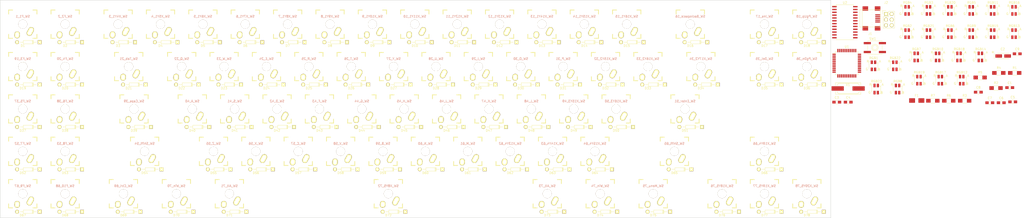
<source format=kicad_pcb>
(kicad_pcb (version 20221018) (generator pcbnew)
  (layers (0 "F.Cu" signal) (31 "B.Cu" signal) (34 "B.Paste" user) (35 "F.Paste" user) (36 "B.SilkS" user "B.Silkscreen") (37 "F.SilkS" user "F.Silkscreen") (38 "B.Mask" user) (39 "F.Mask" user) (44 "Edge.Cuts" user))
  (net 0 "")
  (net 1 "Net-(C1-Pad1)")
  (net 2 "GND")
  (net 3 "+5V")
  (net 4 "Net-(C6-Pad1)")
  (net 5 "Net-(C7-Pad1)")
  (net 6 "Net-(C8-Pad1)")
  (net 7 "Net-(C9-Pad1)")
  (net 8 "Net-(D1-Pad2)")
  (net 9 "R1")
  (net 10 "Net-(D2-Pad2)")
  (net 11 "Net-(D3-Pad2)")
  (net 12 "Net-(D4-Pad2)")
  (net 13 "Net-(D5-Pad2)")
  (net 14 "Net-(D6-Pad2)")
  (net 15 "Net-(D7-Pad2)")
  (net 16 "Net-(D8-Pad2)")
  (net 17 "Net-(D9-Pad2)")
  (net 18 "R6")
  (net 19 "Net-(D10-Pad2)")
  (net 20 "Net-(D11-Pad2)")
  (net 21 "Net-(D12-Pad2)")
  (net 22 "Net-(D13-Pad2)")
  (net 23 "Net-(D14-Pad2)")
  (net 24 "Net-(D15-Pad2)")
  (net 25 "Net-(D16-Pad2)")
  (net 26 "Net-(D17-Pad2)")
  (net 27 "Net-(D17-Pad1)")
  (net 28 "Net-(D18-Pad2)")
  (net 29 "Net-(D19-Pad2)")
  (net 30 "Net-(D19-Pad1)")
  (net 31 "Net-(D20-Pad2)")
  (net 32 "Net-(D21-Pad2)")
  (net 33 "Net-(D22-Pad2)")
  (net 34 "Net-(D23-Pad2)")
  (net 35 "Net-(D24-Pad2)")
  (net 36 "Net-(D25-Pad2)")
  (net 37 "Net-(D26-Pad2)")
  (net 38 "Net-(D27-Pad2)")
  (net 39 "R7")
  (net 40 "Net-(D28-Pad2)")
  (net 41 "Net-(D29-Pad2)")
  (net 42 "Net-(D30-Pad2)")
  (net 43 "Net-(D31-Pad2)")
  (net 44 "Net-(D32-Pad2)")
  (net 45 "Net-(D33-Pad2)")
  (net 46 "Net-(D34-Pad2)")
  (net 47 "Net-(D35-Pad2)")
  (net 48 "Net-(D36-Pad2)")
  (net 49 "Net-(D37-Pad2)")
  (net 50 "Net-(D37-Pad1)")
  (net 51 "Net-(D38-Pad2)")
  (net 52 "Net-(D39-Pad2)")
  (net 53 "Net-(D40-Pad2)")
  (net 54 "Net-(D41-Pad2)")
  (net 55 "Net-(D42-Pad2)")
  (net 56 "Net-(D43-Pad2)")
  (net 57 "Net-(D44-Pad2)")
  (net 58 "Net-(D45-Pad2)")
  (net 59 "R8")
  (net 60 "Net-(D46-Pad2)")
  (net 61 "Net-(D47-Pad2)")
  (net 62 "Net-(D48-Pad2)")
  (net 63 "Net-(D49-Pad2)")
  (net 64 "Net-(D50-Pad2)")
  (net 65 "Net-(D51-Pad2)")
  (net 66 "Net-(D52-Pad2)")
  (net 67 "Net-(D52-Pad1)")
  (net 68 "Net-(D53-Pad2)")
  (net 69 "Net-(D54-Pad2)")
  (net 70 "Net-(D55-Pad2)")
  (net 71 "Net-(D56-Pad2)")
  (net 72 "Net-(D57-Pad2)")
  (net 73 "Net-(D58-Pad2)")
  (net 74 "Net-(D59-Pad2)")
  (net 75 "Net-(D60-Pad2)")
  (net 76 "R9")
  (net 77 "Net-(D61-Pad2)")
  (net 78 "Net-(D62-Pad2)")
  (net 79 "Net-(D63-Pad2)")
  (net 80 "Net-(D64-Pad2)")
  (net 81 "Net-(D65-Pad2)")
  (net 82 "Net-(D66-Pad2)")
  (net 83 "Net-(D67-Pad2)")
  (net 84 "R5")
  (net 85 "Net-(D68-Pad2)")
  (net 86 "Net-(D69-Pad2)")
  (net 87 "Net-(D70-Pad2)")
  (net 88 "Net-(D71-Pad2)")
  (net 89 "Net-(D72-Pad2)")
  (net 90 "Net-(D73-Pad2)")
  (net 91 "Net-(D74-Pad2)")
  (net 92 "Net-(D75-Pad2)")
  (net 93 "R10")
  (net 94 "Net-(D76-Pad2)")
  (net 95 "Net-(D77-Pad2)")
  (net 96 "Net-(F1-Pad1)")
  (net 97 "Net-(J1-Pad2)")
  (net 98 "Net-(J1-Pad3)")
  (net 99 "R4/MISO")
  (net 100 "R2/SCK")
  (net 101 "R3/MOSI")
  (net 102 "RST")
  (net 103 "Net-(R1-Pad1)")
  (net 104 "Net-(R2-Pad1)")
  (net 105 "PWM_BLUE")
  (net 106 "Net-(R3-Pad1)")
  (net 107 "PWM_GREEN")
  (net 108 "Net-(R4-Pad1)")
  (net 109 "PWM_RED")
  (net 110 "D-")
  (net 111 "D+")
  (net 112 "Z3")
  (net 113 "Z2")
  (net 114 "Z4")
  (net 115 "Z1")
  (net 116 "Z7")
  (net 117 "Z5")
  (net 118 "Z6")
  (net 119 "Z8")
  (net 120 "Z9")
  (net 121 "Z10")
  (net 122 "C5")
  (net 123 "C7")
  (net 124 "C4")
  (net 125 "C8")
  (net 126 "C3")
  (net 127 "C6")
  (net 128 "C1")
  (net 129 "C2")
  (net 130 "LED_SCL")
  (net 131 "LED_SDA")
  (net 132 "LED_NSRT")
  (net 133 "Net-(U2-Pad17)")
  (footprint "Capacitors_SMD:C_0805_HandSoldering" (layer "F.Cu") (at 481.724002 57.083999)
    (fp_text reference "C1")
    (fp_text value "C")
  )
  (footprint "Capacitors_Tantalum_SMD:TantalC_SizeA_EIA-3216_HandSoldering" (layer "F.Cu") (at 478.763382 42.882799)
    (fp_text reference "C2")
    (fp_text value "10µF")
  )
  (footprint "Capacitors_SMD:C_0805_HandSoldering" (layer "F.Cu") (at 403.974002 63.613999)
    (fp_text reference "C3")
    (fp_text value "0.1µF")
  )
  (footprint "Capacitors_SMD:C_0805_HandSoldering" (layer "F.Cu") (at 409.124002 63.613999)
    (fp_text reference "C4")
    (fp_text value "0.1µF")
  )
  (footprint "Capacitors_SMD:C_0805_HandSoldering" (layer "F.Cu") (at 483.064002 63.483999)
    (fp_text reference "C5")
    (fp_text value "0.1µF")
  )
  (footprint "Capacitors_SMD:C_0805_HandSoldering" (layer "F.Cu") (at 477.914002 63.883999)
    (fp_text reference "C6")
    (fp_text value "18pF")
  )
  (footprint "Capacitors_SMD:C_0805_HandSoldering" (layer "F.Cu") (at 472.764002 63.883999)
    (fp_text reference "C7")
    (fp_text value "18pF")
  )
  (footprint "Capacitors_SMD:C_0805_HandSoldering" (layer "F.Cu") (at 467.614002 59.133999)
    (fp_text reference "C8")
    (fp_text value "1µF")
  )
  (footprint "Capacitors_SMD:C_0805_HandSoldering" (layer "F.Cu") (at 485.094002 41.883999)
    (fp_text reference "C9")
    (fp_text value "0.1µF")
  )
  (footprint "Fuse_Holders_and_Fuses:Fuse_SMD1206_HandSoldering" (layer "F.Cu") (at 439.922433 62.883639)
    (fp_text reference "F1")
    (fp_text value "FP_Small")
  )
  (footprint "Connect:USB_Mini-B" (layer "F.Cu") (at 418.974002 25.983299)
    (fp_text reference "J1")
    (fp_text value "USB_OTG")
  )
  (footprint "Pin_Headers:Pin_Header_Straight_2x03" (layer "F.Cu") (at 426.124002 23.983999)
    (fp_text reference "J2")
    (fp_text value "PRG")
  )
  (footprint "Resistors_SMD:R_1206_HandSoldering" (layer "F.Cu") (at 483.964002 50.483999)
    (fp_text reference "R1")
    (fp_text value "R")
  )
  (footprint "Resistors_SMD:R_1206_HandSoldering" (layer "F.Cu") (at 475.574002 57.283999)
    (fp_text reference "R2")
    (fp_text value "R2")
  )
  (footprint "Resistors_SMD:R_1206_HandSoldering" (layer "F.Cu") (at 461.464002 62.983999)
    (fp_text reference "R3")
    (fp_text value "R3")
  )
  (footprint "Resistors_SMD:R_1206_HandSoldering" (layer "F.Cu") (at 476.814002 50.483999)
    (fp_text reference "R4")
    (fp_text value "R4")
  )
  (footprint "Resistors_SMD:R_1206_HandSoldering" (layer "F.Cu") (at 468.424002 52.533999)
    (fp_text reference "R5")
    (fp_text value "22")
  )
  (footprint "Resistors_SMD:R_1206_HandSoldering" (layer "F.Cu") (at 454.314002 62.983999)
    (fp_text reference "R6")
    (fp_text value "22")
  )
  (footprint "Resistors_SMD:R_1206_HandSoldering" (layer "F.Cu") (at 447.164002 62.983999)
    (fp_text reference "R7")
    (fp_text value "10k")
  )
  (footprint "Cherry:SMP4-RGB" (layer "F.Cu") (at 420.480192 47.283999)
    (fp_text reference "RGB1")
    (fp_text value "Led_RGB_CA")
  )
  (footprint "Cherry:SMP4-RGB" (layer "F.Cu") (at 435.600192 32.833999)
    (fp_text reference "RGB2")
    (fp_text value "Led_RGB_CA")
  )
  (footprint "Cherry:SMP4-RGB" (layer "F.Cu") (at 445.210192 22.383999)
    (fp_text reference "RGB3")
    (fp_text value "Led_RGB_CA")
  )
  (footprint "Cherry:SMP4-RGB" (layer "F.Cu") (at 435.600192 22.383999)
    (fp_text reference "RGB4")
    (fp_text value "Led_RGB_CA")
  )
  (footprint "Cherry:SMP4-RGB" (layer "F.Cu") (at 464.430192 22.383999)
    (fp_text reference "RGB5")
    (fp_text value "Led_RGB_CA")
  )
  (footprint "Cherry:SMP4-RGB" (layer "F.Cu") (at 454.820192 32.833999)
    (fp_text reference "RGB6")
    (fp_text value "Led_RGB_CA")
  )
  (footprint "Cherry:SMP4-RGB" (layer "F.Cu") (at 439.700192 43.283999)
    (fp_text reference "RGB7")
    (fp_text value "Led_RGB_CA")
  )
  (footprint "Cherry:SMP4-RGB" (layer "F.Cu") (at 431.310192 57.733999)
    (fp_text reference "RGB8")
    (fp_text value "Led_RGB_CA")
  )
  (footprint "Cherry:SMP4-RGB" (layer "F.Cu") (at 464.430192 32.833999)
    (fp_text reference "RGB9")
    (fp_text value "Led_RGB_CA")
  )
  (footprint "Cherry:SMP4-RGB" (layer "F.Cu") (at 449.310192 43.283999)
    (fp_text reference "RGB10")
    (fp_text value "Led_RGB_CA")
  )
  (footprint "Cherry:SMP4-RGB" (layer "F.Cu") (at 474.040192 22.383999)
    (fp_text reference "RGB11")
    (fp_text value "Led_RGB_CA")
  )
  (footprint "Cherry:SMP4-RGB" (layer "F.Cu") (at 460.140192 53.733999)
    (fp_text reference "RGB12")
    (fp_text value "Led_RGB_CA")
  )
  (footprint "Cherry:SMP4-RGB" (layer "F.Cu") (at 483.650192 32.833999)
    (fp_text reference "RGB13")
    (fp_text value "Led_RGB_CA")
  )
  (footprint "Cherry:SMP4-RGB" (layer "F.Cu") (at 468.530192 43.283999)
    (fp_text reference "RGB14")
    (fp_text value "Led_RGB_CA")
  )
  (footprint "Cherry:SMP4-RGB" (layer "F.Cu") (at 474.040192 32.833999)
    (fp_text reference "RGB15")
    (fp_text value "Led_RGB_CA")
  )
  (footprint "Cherry:SMP4-RGB" (layer "F.Cu") (at 483.650192 22.383999)
    (fp_text reference "RGB16")
    (fp_text value "Led_RGB_CA")
  )
  (footprint "Cherry:SMP4-RGB" (layer "F.Cu") (at 450.530192 53.733999)
    (fp_text reference "RGB17")
    (fp_text value "Led_RGB_CA")
  )
  (footprint "Cherry:SMP4-RGB" (layer "F.Cu") (at 458.920192 43.283999)
    (fp_text reference "RGB18")
    (fp_text value "Led_RGB_CA")
  )
  (footprint "Cherry:SMP4-RGB" (layer "F.Cu") (at 440.920192 53.733999)
    (fp_text reference "RGB19")
    (fp_text value "Led_RGB_CA")
  )
  (footprint "Cherry:SMP4-RGB" (layer "F.Cu") (at 454.820192 22.383999)
    (fp_text reference "RGB20")
    (fp_text value "Led_RGB_CA")
  )
  (footprint "Cherry:SMP4-RGB" (layer "F.Cu") (at 445.210192 32.833999)
    (fp_text reference "RGB21")
    (fp_text value "Led_RGB_CA")
  )
  (footprint "Cherry:SMP4-RGB" (layer "F.Cu") (at 430.090192 47.283999)
    (fp_text reference "RGB22")
    (fp_text value "Led_RGB_CA")
  )
  (footprint "Cherry:SMP4-RGB" (layer "F.Cu") (at 421.700192 57.733999)
    (fp_text reference "RGB23")
    (fp_text value "Led_RGB_CA")
  )
  (footprint "Buttons_Switches_SMD:SW_SPST_EVQP0" (layer "F.Cu") (at 421.104002 39.083999)
    (fp_text reference "SW1")
    (fp_text value "SW_RST")
  )
  (footprint "Housings_QFP:TQFP-44_10x10mm_Pitch0.8mm" (layer "F.Cu") (at 408.485906 46.133999)
    (fp_text reference "U1")
    (fp_text value "ATMEGA32U4RC-A")
  )
  (footprint "Housings_SOIC:SOIC-24_7.5x15.4mm_Pitch1.27mm" (layer "F.Cu") (at 407.624002 27.683999)
    (fp_text reference "U2")
    (fp_text value "AN32183A")
  )
  (footprint "Crystals:Q_49U3HMS" (layer "F.Cu") (at 409.097551 57.474)
    (fp_text reference "X1")
    (fp_text value "16Mhz")
  )
  (footprint "Diode_DO-35_SOD27_Horizontal_RM10" (layer "F.Cu") (at 174.3075 55.725 180)
    (fp_text reference "D25")
    (fp_text value "D" hide)
  )
  (footprint "MXALPS-NOLED" (layer "F.Cu") (at 57.15 66.675 180)
    (fp_text reference "SW_F6_38")
    (fp_text value "MX_LED" hide)
  )
  (footprint "Diode_DO-35_SOD27_Horizontal_RM10" (layer "F.Cu") (at 155.2575 55.725 180)
    (fp_text reference "D24")
    (fp_text value "D" hide)
  )
  (footprint "Diode_DO-35_SOD27_Horizontal_RM10" (layer "F.Cu") (at 126.6825 36.675 180)
    (fp_text reference "D5")
    (fp_text value "D" hide)
  )
  (footprint "MXALPS-NOLED" (layer "F.Cu") (at 300.0375 47.625 180)
    (fp_text reference "SW_X15Y2_32")
    (fp_text value "MX_LED" hide)
  )
  (footprint "MXALPS-NOLED" (layer "F.Cu") (at 38.1 85.725 180)
    (fp_text reference "SW_F7_52")
    (fp_text value "MX_LED" hide)
  )
  (footprint "MXALPS-NOLED" (layer "F.Cu") (at 119.0625 28.575 180)
    (fp_text reference "SW_X6Y1_5")
    (fp_text value "MX_LED" hide)
  )
  (footprint "MXALPS-NOLED" (layer "F.Cu") (at 247.65 66.675 180)
    (fp_text reference "SW_K_47")
    (fp_text value "MX_LED" hide)
  )
  (footprint "Diode_DO-35_SOD27_Horizontal_RM10" (layer "F.Cu") (at 305.27625 112.875 180)
    (fp_text reference "D74")
    (fp_text value "D" hide)
  )
  (footprint "MXALPS-NOLED" (layer "F.Cu") (at 176.2125 28.575 180)
    (fp_text reference "SW_X9Y1_8")
    (fp_text value "MX_LED" hide)
  )
  (footprint "Diode_DO-35_SOD27_Horizontal_RM10" (layer "F.Cu") (at 45.72 55.725 180)
    (fp_text reference "D19")
    (fp_text value "D" hide)
  )
  (footprint "MXALPS-NOLED" (layer "F.Cu") (at 266.7 66.675 180)
    (fp_text reference "SW_L_48")
    (fp_text value "MX_LED" hide)
  )
  (footprint "MXALPS-NOLED" (layer "F.Cu") (at 157.1625 28.575 180)
    (fp_text reference "SW_X8Y1_7")
    (fp_text value "MX_LED" hide)
  )
  (footprint "MXALPS-NOLED" (layer "F.Cu") (at 114.3 66.675 180)
    (fp_text reference "SW_A_40")
    (fp_text value "MX_LED" hide)
  )
  (footprint "MXALPS-NOLED" (layer "F.Cu") (at 128.5875 47.625 180)
    (fp_text reference "SW_W_23")
    (fp_text value "MX_LED" hide)
  )
  (footprint "MXALPS-NOLED" (layer "F.Cu") (at 123.825 85.725 180)
    (fp_text reference "SW_Z_55")
    (fp_text value "MX_LED" hide)
  )
  (footprint "MXALPS-NOLED" (layer "F.Cu") (at 371.475 28.575 180)
    (fp_text reference "SW_Ins_17")
    (fp_text value "MX_LED" hide)
  )
  (footprint "MXALPS-NOLED" (layer "F.Cu") (at 38.1 47.625 180)
    (fp_text reference "SW_F3_19")
    (fp_text value "MX_LED" hide)
  )
  (footprint "Diode_DO-35_SOD27_Horizontal_RM10" (layer "F.Cu") (at 269.5575 55.725 180)
    (fp_text reference "D30")
    (fp_text value "D" hide)
  )
  (footprint "MXALPS-NOLED" (layer "F.Cu") (at 280.9875 47.625 180)
    (fp_text reference "SW_P_31")
    (fp_text value "MX_LED" hide)
  )
  (footprint "Diode_DO-35_SOD27_Horizontal_RM10" (layer "F.Cu") (at 302.895 93.825 180)
    (fp_text reference "D64")
    (fp_text value "D" hide)
  )
  (footprint "Diode_DO-35_SOD27_Horizontal_RM10" (layer "F.Cu") (at 236.22 74.775 180)
    (fp_text reference "D46")
    (fp_text value "D" hide)
  )
  (footprint "MXALPS-NOLED" (layer "F.Cu") (at 83.34375 104.775 180)
    (fp_text reference "SW_Ctrl_69")
    (fp_text value "MX_LED" hide)
  )
  (footprint "MXALPS-NOLED" (layer "F.Cu") (at 185.7375 47.625 180)
    (fp_text reference "SW_T_26")
    (fp_text value "MX_LED" hide)
  )
  (footprint "Diode_DO-35_SOD27_Horizontal_RM10" (layer "F.Cu") (at 260.0325 36.675 180)
    (fp_text reference "D12")
    (fp_text value "D" hide)
  )
  (footprint "Diode_DO-35_SOD27_Horizontal_RM10" (layer "F.Cu") (at 45.72 112.875 180)
    (fp_text reference "D67")
    (fp_text value "D" hide)
  )
  (footprint "Diode_DO-35_SOD27_Horizontal_RM10" (layer "F.Cu") (at 398.145 36.675 180)
    (fp_text reference "D18")
    (fp_text value "D" hide)
  )
  (footprint "MXALPS-NOLED" (layer "F.Cu") (at 204.7875 47.625 180)
    (fp_text reference "SW_Y_27")
    (fp_text value "MX_LED" hide)
  )
  (footprint "Diode_DO-35_SOD27_Horizontal_RM10" (layer "F.Cu") (at 93.345 55.725 180)
    (fp_text reference "D21")
    (fp_text value "D" hide)
  )
  (footprint "MXALPS-NOLED" (layer "F.Cu") (at 319.0875 47.625 180)
    (fp_text reference "SW_X16Y2_33")
    (fp_text value "MX_LED" hide)
  )
  (footprint "MXALPS-NOLED" (layer "F.Cu") (at 228.6 66.675 180)
    (fp_text reference "SW_J_46")
    (fp_text value "MX_LED" hide)
  )
  (footprint "Diode_DO-35_SOD27_Horizontal_RM10" (layer "F.Cu") (at 179.07 74.775 180)
    (fp_text reference "D43")
    (fp_text value "D" hide)
  )
  (footprint "Diode_DO-35_SOD27_Horizontal_RM10" (layer "F.Cu") (at 45.72 93.825 180)
    (fp_text reference "D52")
    (fp_text value "D" hide)
  )
  (footprint "MXALPS-NOLED" (layer "F.Cu") (at 290.5125 28.575 180)
    (fp_text reference "SW_X15Y1_14")
    (fp_text value "MX_LED" hide)
  )
  (footprint "Diode_DO-35_SOD27_Horizontal_RM10" (layer "F.Cu") (at 398.145 112.875 180)
    (fp_text reference "D78")
    (fp_text value "D" hide)
  )
  (footprint "MXALPS-NOLED" (layer "F.Cu") (at 138.1125 28.575 180)
    (fp_text reference "SW_X7Y1_6")
    (fp_text value "MX_LED" hide)
  )
  (footprint "MXALPS-NOLED" (layer "F.Cu") (at 352.425 104.775 180)
    (fp_text reference "SW_X18Y5_76")
    (fp_text value "MX_LED" hide)
  )
  (footprint "MXALPS-NOLED" (layer "F.Cu") (at 107.15625 104.775 180)
    (fp_text reference "SW_Win_70")
    (fp_text value "MX_LED" hide)
  )
  (footprint "MXALPS-NOLED" (layer "F.Cu") (at 295.275 85.725 180)
    (fp_text reference "SW_X15Y4_64")
    (fp_text value "MX_LED" hide)
  )
  (footprint "Diode_DO-35_SOD27_Horizontal_RM10" (layer "F.Cu") (at 202.8825 36.675 180)
    (fp_text reference "D9")
    (fp_text value "D" hide)
  )
  (footprint "MXALPS-NOLED" (layer "F.Cu") (at 80.9625 28.575 180)
    (fp_text reference "SW_X4Y1_3")
    (fp_text value "MX_LED" hide)
  )
  (footprint "Diode_DO-35_SOD27_Horizontal_RM10" (layer "F.Cu") (at 240.9825 36.675 180)
    (fp_text reference "D11")
    (fp_text value "D" hide)
  )
  (footprint "MXALPS-NOLED" (layer "F.Cu") (at 297.65625 104.775 180)
    (fp_text reference "SW_Win_74")
    (fp_text value "MX_LED" hide)
  )
  (footprint "MXALPS-NOLED" (layer "F.Cu") (at 219.075 85.725 180)
    (fp_text reference "SW_N_60")
    (fp_text value "MX_LED" hide)
  )
  (footprint "Diode_DO-35_SOD27_Horizontal_RM10" (layer "F.Cu") (at 293.37 74.775 180)
    (fp_text reference "D49")
    (fp_text value "D" hide)
  )
  (footprint "Diode_DO-35_SOD27_Horizontal_RM10" (layer "F.Cu") (at 64.77 74.775 180)
    (fp_text reference "D38")
    (fp_text value "D" hide)
  )
  (footprint "MXALPS-NOLED" (layer "F.Cu") (at 57.15 85.725 180)
    (fp_text reference "SW_F8_53")
    (fp_text value "MX_LED" hide)
  )
  (footprint "MXALPS-NOLED" (layer "F.Cu") (at 85.725 47.625 180)
    (fp_text reference "SW_Tab_21")
    (fp_text value "MX_LED" hide)
  )
  (footprint "MXALPS-NOLED" (layer "F.Cu") (at 238.125 85.725 180)
    (fp_text reference "SW_M_61")
    (fp_text value "MX_LED" hide)
  )
  (footprint "Diode_DO-35_SOD27_Horizontal_RM10" (layer "F.Cu") (at 343.37625 74.775 180)
    (fp_text reference "D51")
    (fp_text value "D" hide)
  )
  (footprint "Diode_DO-35_SOD27_Horizontal_RM10" (layer "F.Cu") (at 45.72 74.775 180)
    (fp_text reference "D37")
    (fp_text value "D" hide)
  )
  (footprint "MXALPS-NOLED" (layer "F.Cu") (at 335.75625 66.675 180)
    (fp_text reference "SW_Enter_51")
    (fp_text value "MX_LED" hide)
  )
  (footprint "MXALPS-NOLED" (layer "F.Cu") (at 321.46875 104.775 180)
    (fp_text reference "SW_Menu_75")
    (fp_text value "MX_LED" hide)
  )
  (footprint "Diode_DO-35_SOD27_Horizontal_RM10" (layer "F.Cu") (at 183.8325 36.675 180)
    (fp_text reference "D8")
    (fp_text value "D" hide)
  )
  (footprint "Diode_DO-35_SOD27_Horizontal_RM10" (layer "F.Cu") (at 217.17 74.775 180)
    (fp_text reference "D45")
    (fp_text value "D" hide)
  )
  (footprint "MXALPS-NOLED" (layer "F.Cu") (at 38.1 28.575 180)
    (fp_text reference "SW_F1_1")
    (fp_text value "MX_LED" hide)
  )
  (footprint "MXALPS-NOLED" (layer "F.Cu") (at 285.75 66.675 180)
    (fp_text reference "SW_X15Y3_49")
    (fp_text value "MX_LED" hide)
  )
  (footprint "MXALPS-NOLED" (layer "F.Cu") (at 130.96875 104.775 180)
    (fp_text reference "SW_Alt_71")
    (fp_text value "MX_LED" hide)
  )
  (footprint "Diode_DO-35_SOD27_Horizontal_RM10" (layer "F.Cu") (at 245.745 93.825 180)
    (fp_text reference "D61")
    (fp_text value "D" hide)
  )
  (footprint "Diode_DO-35_SOD27_Horizontal_RM10" (layer "F.Cu") (at 145.7325 36.675 180)
    (fp_text reference "D6")
    (fp_text value "D" hide)
  )
  (footprint "Diode_DO-35_SOD27_Horizontal_RM10" (layer "F.Cu") (at 90.96375 112.875 180)
    (fp_text reference "D69")
    (fp_text value "D" hide)
  )
  (footprint "Diode_DO-35_SOD27_Horizontal_RM10" (layer "F.Cu") (at 360.045 112.875 180)
    (fp_text reference "D76")
    (fp_text value "D" hide)
  )
  (footprint "MXALPS-NOLED" (layer "F.Cu") (at 233.3625 28.575 180)
    (fp_text reference "SW_X12Y1_11")
    (fp_text value "MX_LED" hide)
  )
  (footprint "Diode_DO-35_SOD27_Horizontal_RM10" (layer "F.Cu") (at 274.32 74.775 180)
    (fp_text reference "D48")
    (fp_text value "D" hide)
  )
  (footprint "MXALPS-NOLED" (layer "F.Cu") (at 57.15 28.575 180)
    (fp_text reference "SW_F2_2")
    (fp_text value "MX_LED" hide)
  )
  (footprint "MXALPS-NOLED" (layer "F.Cu") (at 88.10625 66.675 180)
    (fp_text reference "SW_Caps_39")
    (fp_text value "MX_LED" hide)
  )
  (footprint "Diode_DO-35_SOD27_Horizontal_RM10" (layer "F.Cu") (at 345.7575 36.675 180)
    (fp_text reference "D16")
    (fp_text value "D" hide)
  )
  (footprint "Diode_DO-35_SOD27_Horizontal_RM10" (layer "F.Cu") (at 210.02625 112.875 180)
    (fp_text reference "D72")
    (fp_text value "D" hide)
  )
  (footprint "MXALPS-NOLED" (layer "F.Cu") (at 252.4125 28.575 180)
    (fp_text reference "SW_X13Y1_12")
    (fp_text value "MX_LED" hide)
  )
  (footprint "MXALPS-NOLED" (layer "F.Cu") (at 166.6875 47.625 180)
    (fp_text reference "SW_R_25")
    (fp_text value "MX_LED" hide)
  )
  (footprint "Diode_DO-35_SOD27_Horizontal_RM10" (layer "F.Cu") (at 329.08875 112.875 180)
    (fp_text reference "D75")
    (fp_text value "D" hide)
  )
  (footprint "Diode_DO-35_SOD27_Horizontal_RM10" (layer "F.Cu") (at 250.5075 55.725 180)
    (fp_text reference "D29")
    (fp_text value "D" hide)
  )
  (footprint "Diode_DO-35_SOD27_Horizontal_RM10" (layer "F.Cu") (at 317.1825 36.675 180)
    (fp_text reference "D15")
    (fp_text value "D" hide)
  )
  (footprint "Diode_DO-35_SOD27_Horizontal_RM10" (layer "F.Cu") (at 107.6325 36.675 180)
    (fp_text reference "D4")
    (fp_text value "D" hide)
  )
  (footprint "Diode_DO-35_SOD27_Horizontal_RM10" (layer "F.Cu") (at 131.445 93.825 180)
    (fp_text reference "D55")
    (fp_text value "D" hide)
  )
  (footprint "Diode_DO-35_SOD27_Horizontal_RM10" (layer "F.Cu") (at 279.0825 36.675 180)
    (fp_text reference "D13")
    (fp_text value "D" hide)
  )
  (footprint "MXALPS-NOLED" (layer "F.Cu") (at 342.9 47.625 180)
    (fp_text reference "SW_X17Y2_34")
    (fp_text value "MX_LED" hide)
  )
  (footprint "Diode_DO-35_SOD27_Horizontal_RM10" (layer "F.Cu") (at 298.1325 36.675 180)
    (fp_text reference "D14")
    (fp_text value "D" hide)
  )
  (footprint "MXALPS-NOLED" (layer "F.Cu") (at 271.4625 28.575 180)
    (fp_text reference "SW_X14Y1_13")
    (fp_text value "MX_LED" hide)
  )
  (footprint "Diode_DO-35_SOD27_Horizontal_RM10" (layer "F.Cu") (at 212.4075 55.725 180)
    (fp_text reference "D27")
    (fp_text value "D" hide)
  )
  (footprint "MXALPS-NOLED" (layer "F.Cu") (at 152.4 66.675 180)
    (fp_text reference "SW_D_42")
    (fp_text value "MX_LED" hide)
  )
  (footprint "Diode_DO-35_SOD27_Horizontal_RM10" (layer "F.Cu") (at 379.095 55.725 180)
    (fp_text reference "D35")
    (fp_text value "D" hide)
  )
  (footprint "MXALPS-NOLED" (layer "F.Cu") (at 273.84375 104.775 180)
    (fp_text reference "SW_Alt_73")
    (fp_text value "MX_LED" hide)
  )
  (footprint "Diode_DO-35_SOD27_Horizontal_RM10" (layer "F.Cu") (at 114.77625 112.875 180)
    (fp_text reference "D70")
    (fp_text value "D" hide)
  )
  (footprint "MXALPS-NOLED" (layer "F.Cu") (at 200.025 85.725 180)
    (fp_text reference "SW_B_59")
    (fp_text value "MX_LED" hide)
  )
  (footprint "MXALPS-NOLED" (layer "F.Cu") (at 57.15 47.625 180)
    (fp_text reference "SW_F4_20")
    (fp_text value "MX_LED" hide)
  )
  (footprint "MXALPS-NOLED" (layer "F.Cu") (at 180.975 85.725 180)
    (fp_text reference "SW_V_58")
    (fp_text value "MX_LED" hide)
  )
  (footprint "Diode_DO-35_SOD27_Horizontal_RM10" (layer "F.Cu") (at 326.7075 55.725 180)
    (fp_text reference "D33")
    (fp_text value "D" hide)
  )
  (footprint "MXALPS-NOLED" (layer "F.Cu") (at 209.55 66.675 180)
    (fp_text reference "SW_H_45")
    (fp_text value "MX_LED" hide)
  )
  (footprint "MXALPS-NOLED" (layer "F.Cu") (at 133.35 66.675 180)
    (fp_text reference "SW_S_41")
    (fp_text value "MX_LED" hide)
  )
  (footprint "MXALPS-NOLED" (layer "F.Cu") (at 390.525 104.775 180)
    (fp_text reference "SW_X20Y5_78")
    (fp_text value "MX_LED" hide)
  )
  (footprint "MXALPS-NOLED" (layer "F.Cu") (at 371.475 47.625 180)
    (fp_text reference "SW_Del_35")
    (fp_text value "MX_LED" hide)
  )
  (footprint "Diode_DO-35_SOD27_Horizontal_RM10" (layer "F.Cu") (at 350.52 55.725 180)
    (fp_text reference "D34")
    (fp_text value "D" hide)
  )
  (footprint "MXALPS-NOLED" (layer "F.Cu") (at 223.8375 47.625 180)
    (fp_text reference "SW_U_28")
    (fp_text value "MX_LED" hide)
  )
  (footprint "Diode_DO-35_SOD27_Horizontal_RM10" (layer "F.Cu") (at 164.7825 36.675 180)
    (fp_text reference "D7")
    (fp_text value "D" hide)
  )
  (footprint "MXALPS-NOLED" (layer "F.Cu") (at 276.225 85.725 180)
    (fp_text reference "SW_X14Y4_63")
    (fp_text value "MX_LED" hide)
  )
  (footprint "Diode_DO-35_SOD27_Horizontal_RM10" (layer "F.Cu") (at 140.97 74.775 180)
    (fp_text reference "D41")
    (fp_text value "D" hide)
  )
  (footprint "Diode_DO-35_SOD27_Horizontal_RM10" (layer "F.Cu") (at 95.72625 74.775 180)
    (fp_text reference "D39")
    (fp_text value "D" hide)
  )
  (footprint "Diode_DO-35_SOD27_Horizontal_RM10" (layer "F.Cu") (at 121.92 74.775 180)
    (fp_text reference "D40")
    (fp_text value "D" hide)
  )
  (footprint "Diode_DO-35_SOD27_Horizontal_RM10" (layer "F.Cu") (at 226.695 93.825 180)
    (fp_text reference "D60")
    (fp_text value "D" hide)
  )
  (footprint "Diode_DO-35_SOD27_Horizontal_RM10" (layer "F.Cu") (at 312.42 74.775 180)
    (fp_text reference "D50")
    (fp_text value "D" hide)
  )
  (footprint "Diode_DO-35_SOD27_Horizontal_RM10" (layer "F.Cu") (at 138.58875 112.875 180)
    (fp_text reference "D71")
    (fp_text value "D" hide)
  )
  (footprint "MXALPS-NOLED" (layer "F.Cu") (at 309.5625 28.575 180)
    (fp_text reference "SW_X16Y1_15")
    (fp_text value "MX_LED" hide)
  )
  (footprint "Diode_DO-35_SOD27_Horizontal_RM10" (layer "F.Cu") (at 188.595 93.825 180)
    (fp_text reference "D58")
    (fp_text value "D" hide)
  )
  (footprint "Diode_DO-35_SOD27_Horizontal_RM10" (layer "F.Cu") (at 64.77 93.825 180)
    (fp_text reference "D53")
    (fp_text value "D" hide)
  )
  (footprint "MXALPS-NOLED" (layer "F.Cu") (at 214.3125 28.575 180)
    (fp_text reference "SW_X11Y1_10")
    (fp_text value "MX_LED" hide)
  )
  (footprint "MXALPS-NOLED" (layer "F.Cu") (at 147.6375 47.625 180)
    (fp_text reference "SW_E_24")
    (fp_text value "MX_LED" hide)
  )
  (footprint "Diode_DO-35_SOD27_Horizontal_RM10" (layer "F.Cu") (at 64.77 112.875 180)
    (fp_text reference "D68")
    (fp_text value "D" hide)
  )
  (footprint "Diode_DO-35_SOD27_Horizontal_RM10" (layer "F.Cu") (at 283.845 93.825 180)
    (fp_text reference "D63")
    (fp_text value "D" hide)
  )
  (footprint "Diode_DO-35_SOD27_Horizontal_RM10" (layer "F.Cu") (at 160.02 74.775 180)
    (fp_text reference "D42")
    (fp_text value "D" hide)
  )
  (footprint "Diode_DO-35_SOD27_Horizontal_RM10" (layer "F.Cu") (at 231.4575 55.725 180)
    (fp_text reference "D28")
    (fp_text value "D" hide)
  )
  (footprint "Diode_DO-35_SOD27_Horizontal_RM10" (layer "F.Cu") (at 281.46375 112.875 180)
    (fp_text reference "D73")
    (fp_text value "D" hide)
  )
  (footprint "MXALPS-NOLED" (layer "F.Cu") (at 304.8 66.675 180)
    (fp_text reference "SW_X16Y3_50")
    (fp_text value "MX_LED" hide)
  )
  (footprint "Diode_DO-35_SOD27_Horizontal_RM10" (layer "F.Cu") (at 398.145 55.725 180)
    (fp_text reference "D36")
    (fp_text value "D" hide)
  )
  (footprint "Diode_DO-35_SOD27_Horizontal_RM10" (layer "F.Cu") (at 64.77 36.675 180)
    (fp_text reference "D2")
    (fp_text value "D" hide)
  )
  (footprint "MXALPS-NOLED" (layer "F.Cu") (at 371.475 85.725 180)
    (fp_text reference "SW_X19Y4_66")
    (fp_text value "MX_LED" hide)
  )
  (footprint "MXALPS-NOLED" (layer "F.Cu") (at 390.525 28.575 180)
    (fp_text reference "SW_PgUp_18")
    (fp_text value "MX_LED" hide)
  )
  (footprint "Diode_DO-35_SOD27_Horizontal_RM10" (layer "F.Cu") (at 207.645 93.825 180)
    (fp_text reference "D59")
    (fp_text value "D" hide)
  )
  (footprint "Diode_DO-35_SOD27_Horizontal_RM10" (layer "F.Cu") (at 169.545 93.825 180)
    (fp_text reference "D57")
    (fp_text value "D" hide)
  )
  (footprint "Diode_DO-35_SOD27_Horizontal_RM10" (layer "F.Cu") (at 379.095 112.875 180)
    (fp_text reference "D77")
    (fp_text value "D" hide)
  )
  (footprint "MXALPS-NOLED" (layer "F.Cu") (at 92.86875 85.725 180)
    (fp_text reference "SW_Shift_54")
    (fp_text value "MX_LED" hide)
  )
  (footprint "Diode_DO-35_SOD27_Horizontal_RM10" (layer "F.Cu") (at 288.6075 55.725 180)
    (fp_text reference "D31")
    (fp_text value "D" hide)
  )
  (footprint "MXALPS-NOLED" (layer "F.Cu") (at 38.1 66.675 180)
    (fp_text reference "SW_F5_37")
    (fp_text value "MX_LED" hide)
  )
  (footprint "MXALPS-NOLED" (layer "F.Cu") (at 330.99375 85.725 180)
    (fp_text reference "SW_Shift_65")
    (fp_text value "MX_LED" hide)
  )
  (footprint "MXALPS-NOLED" (layer "F.Cu") (at 371.475 104.775 180)
    (fp_text reference "SW_X19Y5_77")
    (fp_text value "MX_LED" hide)
  )
  (footprint "MXALPS-NOLED" (layer "F.Cu") (at 338.1375 28.575 180)
    (fp_text reference "SW_Backspace_16")
    (fp_text value "MX_LED" hide)
  )
  (footprint "MXALPS-NOLED" (layer "F.Cu") (at 57.15 104.775 180)
    (fp_text reference "SW_F10_68")
    (fp_text value "MX_LED" hide)
  )
  (footprint "MXALPS-NOLED" (layer "F.Cu") (at 242.8875 47.625 180)
    (fp_text reference "SW_I_29")
    (fp_text value "MX_LED" hide)
  )
  (footprint "MXALPS-NOLED" (layer "F.Cu") (at 190.5 66.675 180)
    (fp_text reference "SW_G_44")
    (fp_text value "MX_LED" hide)
  )
  (footprint "Diode_DO-35_SOD27_Horizontal_RM10" (layer "F.Cu") (at 264.795 93.825 180)
    (fp_text reference "D62")
    (fp_text value "D" hide)
  )
  (footprint "Diode_DO-35_SOD27_Horizontal_RM10" (layer "F.Cu") (at 45.72 36.675 180)
    (fp_text reference "D1")
    (fp_text value "D" hide)
  )
  (footprint "MXALPS-NOLED" (layer "F.Cu") (at 171.45 66.675 180)
    (fp_text reference "SW_F_43")
    (fp_text value "MX_LED" hide)
  )
  (footprint "Diode_DO-35_SOD27_Horizontal_RM10" (layer "F.Cu") (at 193.3575 55.725 180)
    (fp_text reference "D26")
    (fp_text value "D" hide)
  )
  (footprint "MXALPS-NOLED" (layer "F.Cu") (at 38.1 104.775 180)
    (fp_text reference "SW_F9_67")
    (fp_text value "MX_LED" hide)
  )
  (footprint "Diode_DO-35_SOD27_Horizontal_RM10" (layer "F.Cu") (at 307.6575 55.725 180)
    (fp_text reference "D32")
    (fp_text value "D" hide)
  )
  (footprint "Diode_DO-35_SOD27_Horizontal_RM10" (layer "F.Cu") (at 379.095 36.675 180)
    (fp_text reference "D17")
    (fp_text value "D" hide)
  )
  (footprint "MXALPS-NOLED" (layer "F.Cu") (at 390.525 47.625 180)
    (fp_text reference "SW_PgDn_36")
    (fp_text value "MX_LED" hide)
  )
  (footprint "Diode_DO-35_SOD27_Horizontal_RM10" (layer "F.Cu") (at 338.61375 93.825 180)
    (fp_text reference "D65")
    (fp_text value "D" hide)
  )
  (footprint "MXALPS-NOLED" (layer "F.Cu") (at 195.2625 28.575 180)
    (fp_text reference "SW_X10Y1_9")
    (fp_text value "MX_LED" hide)
  )
  (footprint "Diode_DO-35_SOD27_Horizontal_RM10" (layer "F.Cu") (at 150.495 93.825 180)
    (fp_text reference "D56")
    (fp_text value "D" hide)
  )
  (footprint "MXALPS-NOLED" (layer "F.Cu") (at 142.875 85.725 180)
    (fp_text reference "SW_X_56")
    (fp_text value "MX_LED" hide)
  )
  (footprint "Diode_DO-35_SOD27_Horizontal_RM10" (layer "F.Cu") (at 117.1575 55.725 180)
    (fp_text reference "D22")
    (fp_text value "D" hide)
  )
  (footprint "Diode_DO-35_SOD27_Horizontal_RM10" (layer "F.Cu") (at 136.2075 55.725 180)
    (fp_text reference "D23")
    (fp_text value "D" hide)
  )
  (footprint "Diode_DO-35_SOD27_Horizontal_RM10" (layer "F.Cu") (at 255.27 74.775 180)
    (fp_text reference "D47")
    (fp_text value "D" hide)
  )
  (footprint "Diode_DO-35_SOD27_Horizontal_RM10" (layer "F.Cu") (at 88.5825 36.675 180)
    (fp_text reference "D3")
    (fp_text value "D" hide)
  )
  (footprint "Diode_DO-35_SOD27_Horizontal_RM10" (layer "F.Cu") (at 198.12 74.775 180)
    (fp_text reference "D44")
    (fp_text value "D" hide)
  )
  (footprint "MXALPS-NOLED" (layer "F.Cu") (at 261.9375 47.625 180)
    (fp_text reference "SW_O_30")
    (fp_text value "MX_LED" hide)
  )
  (footprint "Diode_DO-35_SOD27_Horizontal_RM10" (layer "F.Cu") (at 221.9325 36.675 180)
    (fp_text reference "D10")
    (fp_text value "D" hide)
  )
  (footprint "Diode_DO-35_SOD27_Horizontal_RM10" (layer "F.Cu") (at 379.095 93.825 180)
    (fp_text reference "D66")
    (fp_text value "D" hide)
  )
  (footprint "MXALPS-NOLED" (layer "F.Cu") (at 100.0125 28.575 180)
    (fp_text reference "SW_X5Y1_4")
    (fp_text value "MX_LED" hide)
  )
  (footprint "MXALPS-NOLED" (layer "F.Cu") (at 161.925 85.725 180)
    (fp_text reference "SW_C_57")
    (fp_text value "MX_LED" hide)
  )
  (footprint "Diode_DO-35_SOD27_Horizontal_RM10" (layer "F.Cu") (at 100.48875 93.825 180)
    (fp_text reference "D54")
    (fp_text value "D" hide)
  )
  (footprint "MXALPS-NOLED" (layer "F.Cu") (at 257.175 85.725 180)
    (fp_text reference "SW_X13Y4_62")
    (fp_text value "MX_LED" hide)
  )
  (footprint "MXALPS-NOLED" (layer "F.Cu") (at 202.40625 104.775 180)
    (fp_text reference "SW_X8Y5_72")
    (fp_text value "MX_LED" hide)
  )
  (footprint "Diode_DO-35_SOD27_Horizontal_RM10" (layer "F.Cu") (at 64.77 55.725 180)
    (fp_text reference "D20")
    (fp_text value "D" hide)
  )
  (footprint "MXALPS-NOLED" (layer "F.Cu") (at 109.5375 47.625 180)
    (fp_text reference "SW_Q_22")
    (fp_text value "MX_LED" hide)
  )
  (gr_line (start 27.94 115.57) (end 401.32 115.57) (stroke (width 0.15)) (layer "Edge.Cuts"))
  (gr_line (start 401.32 115.57) (end 401.32 17.78) (stroke (width 0.15)) (layer "Edge.Cuts"))
  (gr_line (start 401.32 17.78) (end 27.94 17.78) (stroke (width 0.15)) (layer "Edge.Cuts"))
  (gr_line (start 27.94 19.05) (end 27.94 115.57) (stroke (width 0.15)) (layer "Edge.Cuts"))
  (gr_line (start 27.94 17.78) (end 27.94 19.05) (stroke (width 0.15)) (layer "Edge.Cuts"))
)
</source>
